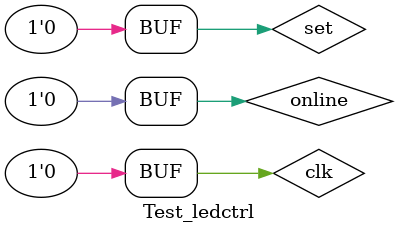
<source format=v>
`timescale 1ns / 1ps


module Test_ledctrl;

	// Inputs
	reg clk;
	reg set;
	reg online;

	// Outputs
	wire online_led;
	wire set_led;

	// Instantiate the Unit Under Test (UUT)
	led_ctrl uut (
		.clk(clk), 
		.set(set), 
		.online(online), 
		.online_led(online_led), 
		.set_led(set_led)
	);

	initial begin
		// Initialize Inputs
		clk = 0;
		set = 0;
		online = 0;

		// Wait 100 ns for global reset to finish
		#100;
        
		// Add stimulus here

	end
      
endmodule


</source>
